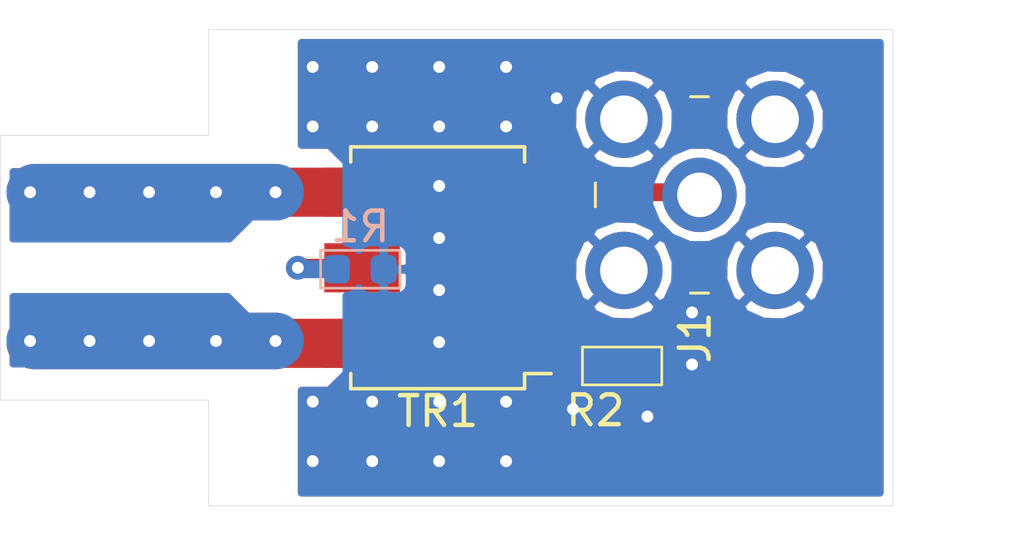
<source format=kicad_pcb>
(kicad_pcb (version 20171130) (host pcbnew "(5.0.2)-1")

  (general
    (thickness 1.6)
    (drawings 10)
    (tracks 66)
    (zones 0)
    (modules 4)
    (nets 7)
  )

  (page A4)
  (layers
    (0 F.Cu signal)
    (31 B.Cu signal)
    (32 B.Adhes user)
    (33 F.Adhes user)
    (34 B.Paste user)
    (35 F.Paste user)
    (36 B.SilkS user)
    (37 F.SilkS user)
    (38 B.Mask user hide)
    (39 F.Mask user hide)
    (40 Dwgs.User user)
    (41 Cmts.User user)
    (42 Eco1.User user)
    (43 Eco2.User user)
    (44 Edge.Cuts user)
    (45 Margin user)
    (46 B.CrtYd user hide)
    (47 F.CrtYd user hide)
    (48 B.Fab user hide)
    (49 F.Fab user hide)
  )

  (setup
    (last_trace_width 1.65)
    (user_trace_width 1.5)
    (user_trace_width 1.65)
    (user_trace_width 1.9)
    (trace_clearance 0.2)
    (zone_clearance 0.3)
    (zone_45_only no)
    (trace_min 0.2)
    (segment_width 0.2)
    (edge_width 0.02)
    (via_size 0.8)
    (via_drill 0.4)
    (via_min_size 0.4)
    (via_min_drill 0.3)
    (uvia_size 0.3)
    (uvia_drill 0.1)
    (uvias_allowed no)
    (uvia_min_size 0.2)
    (uvia_min_drill 0.1)
    (pcb_text_width 0.3)
    (pcb_text_size 1.5 1.5)
    (mod_edge_width 0.15)
    (mod_text_size 1 1)
    (mod_text_width 0.15)
    (pad_size 2.1 2.1)
    (pad_drill 1.4)
    (pad_to_mask_clearance 0.051)
    (solder_mask_min_width 0.25)
    (aux_axis_origin 0 0)
    (visible_elements 7EFFF77F)
    (pcbplotparams
      (layerselection 0x010f0_ffffffff)
      (usegerberextensions false)
      (usegerberattributes false)
      (usegerberadvancedattributes false)
      (creategerberjobfile false)
      (excludeedgelayer true)
      (linewidth 0.100000)
      (plotframeref false)
      (viasonmask false)
      (mode 1)
      (useauxorigin false)
      (hpglpennumber 1)
      (hpglpenspeed 20)
      (hpglpendiameter 15.000000)
      (psnegative false)
      (psa4output false)
      (plotreference true)
      (plotvalue true)
      (plotinvisibletext false)
      (padsonsilk false)
      (subtractmaskfromsilk false)
      (outputformat 1)
      (mirror false)
      (drillshape 0)
      (scaleselection 1)
      (outputdirectory "CAM/"))
  )

  (net 0 "")
  (net 1 /slot_r)
  (net 2 /slot_l)
  (net 3 "Net-(J1-Pad2)")
  (net 4 GND)
  (net 5 "Net-(R1-Pad2)")
  (net 6 "Net-(R2-Pad1)")

  (net_class Default "This is the default net class."
    (clearance 0.2)
    (trace_width 0.6)
    (via_dia 0.8)
    (via_drill 0.4)
    (uvia_dia 0.3)
    (uvia_drill 0.1)
    (add_net /slot_l)
    (add_net /slot_r)
    (add_net GND)
    (add_net "Net-(J1-Pad2)")
    (add_net "Net-(R1-Pad2)")
    (add_net "Net-(R2-Pad1)")
  )

  (module eo-footprints:RF_SMA_RightAngle (layer F.Cu) (tedit 5CF18536) (tstamp 5F2C6ABB)
    (at 23.5 -2.45 270)
    (descr http://www.te.com/commerce/DocumentDelivery/DDEController?Action=srchrtrv&DocNm=1814400&DocType=Customer+Drawing&DocLang=English)
    (path /5F2C68F8)
    (fp_text reference J1 (at 4.8 0.15 270) (layer F.SilkS)
      (effects (font (size 1 1) (thickness 0.15)))
    )
    (fp_text value CONSMA002-L (at 0 6.27 270) (layer F.Fab)
      (effects (font (size 1 1) (thickness 0.15)))
    )
    (fp_line (start 4.09 4.09) (end -4.09 4.09) (layer F.CrtYd) (width 0.05))
    (fp_line (start -4.09 -3.9) (end -4.09 4.09) (layer F.CrtYd) (width 0.05))
    (fp_line (start 4.09 -3.9) (end 4.09 4.09) (layer F.CrtYd) (width 0.05))
    (fp_line (start 4.09 -3.9) (end -4.09 -3.9) (layer F.CrtYd) (width 0.05))
    (fp_line (start 3.3 0.3) (end 3.3 -0.3) (layer F.SilkS) (width 0.1))
    (fp_line (start -3.3 0.3) (end -3.3 -0.3) (layer F.SilkS) (width 0.1))
    (fp_line (start 0 3.5) (end -0.4 3.5) (layer F.SilkS) (width 0.1))
    (fp_line (start 0 3.5) (end 0.4 3.5) (layer F.SilkS) (width 0.1))
    (fp_text user %R (at 0 -4.48 270) (layer F.Fab)
      (effects (font (size 1 1) (thickness 0.15)))
    )
    (fp_line (start -3.15 -10.86) (end 3.15 -10.86) (layer F.Fab) (width 0.1))
    (fp_line (start 3.15 -10.86) (end 3.15 3.34) (layer F.Fab) (width 0.1))
    (fp_line (start -3.15 -10.86) (end -3.15 3.34) (layer F.Fab) (width 0.1))
    (fp_line (start -3.15 3.34) (end 3.15 3.34) (layer F.Fab) (width 0.1))
    (pad 1 thru_hole circle (at -2.54 2.54 270) (size 2.6 2.6) (drill 1.6) (layers *.Cu *.Mask)
      (net 4 GND))
    (pad 1 thru_hole circle (at -2.54 -2.54 270) (size 2.6 2.6) (drill 1.6) (layers *.Cu *.Mask)
      (net 4 GND))
    (pad 1 thru_hole circle (at 2.54 2.54 270) (size 2.6 2.6) (drill 1.6) (layers *.Cu *.Mask)
      (net 4 GND))
    (pad 1 thru_hole circle (at 2.54 -2.54 270) (size 2.6 2.6) (drill 1.6) (layers *.Cu *.Mask)
      (net 4 GND))
    (pad 2 thru_hole circle (at 0 0 270) (size 2.5 2.5) (drill 1.5) (layers *.Cu *.Mask)
      (net 3 "Net-(J1-Pad2)"))
  )

  (module eo-footprints:0603_R (layer B.Cu) (tedit 5D4C3F03) (tstamp 5F2C6ACE)
    (at 12.1 0.05 180)
    (descr "Resistor SMD 0603 (1608 Metric)")
    (tags resistor)
    (path /5F2C5A68)
    (attr smd)
    (fp_text reference R1 (at 0 1.43 180) (layer B.SilkS)
      (effects (font (size 1 1) (thickness 0.15)) (justify mirror))
    )
    (fp_text value 0 (at 0 -1.43 180) (layer B.Fab) hide
      (effects (font (size 1 1) (thickness 0.15)) (justify mirror))
    )
    (fp_line (start 1.2065 0.5715) (end -1.27 0.5715) (layer B.Fab) (width 0.09))
    (fp_line (start 1.2065 -0.5715) (end 1.2065 0.5715) (layer B.Fab) (width 0.09))
    (fp_line (start -1.27 -0.5715) (end 1.2065 -0.5715) (layer B.Fab) (width 0.09))
    (fp_line (start -1.27 0.5715) (end -1.27 -0.5715) (layer B.Fab) (width 0.09))
    (fp_line (start 1.3335 0.635) (end -1.3335 0.635) (layer B.SilkS) (width 0.09))
    (fp_line (start 1.3335 -0.635) (end 1.3335 0.635) (layer B.SilkS) (width 0.09))
    (fp_line (start -1.3335 -0.635) (end 1.3335 -0.635) (layer B.SilkS) (width 0.09))
    (fp_line (start -1.3335 0.635) (end -1.3335 -0.635) (layer B.SilkS) (width 0.09))
    (fp_text user %R (at 0 0 180) (layer B.Fab)
      (effects (font (size 0.5 0.5) (thickness 0.06)) (justify mirror))
    )
    (fp_line (start 1.48 -0.73) (end -1.48 -0.73) (layer B.CrtYd) (width 0.05))
    (fp_line (start 1.48 0.73) (end 1.48 -0.73) (layer B.CrtYd) (width 0.05))
    (fp_line (start -1.48 0.73) (end 1.48 0.73) (layer B.CrtYd) (width 0.05))
    (fp_line (start -1.48 -0.73) (end -1.48 0.73) (layer B.CrtYd) (width 0.05))
    (pad 2 smd roundrect (at 0.7875 0 180) (size 0.875 0.95) (layers B.Cu B.Paste B.Mask) (roundrect_rratio 0.25)
      (net 5 "Net-(R1-Pad2)"))
    (pad 1 smd roundrect (at -0.7875 0 180) (size 0.875 0.95) (layers B.Cu B.Paste B.Mask) (roundrect_rratio 0.25)
      (net 4 GND))
    (model ${KISYS3DMOD}/Resistor_SMD.3dshapes/R_0603_1608Metric.wrl
      (at (xyz 0 0 0))
      (scale (xyz 1 1 1))
      (rotate (xyz 0 0 0))
    )
  )

  (module eo-footprints:0603_R (layer F.Cu) (tedit 5D4C3F03) (tstamp 5F2C6AE1)
    (at 20.9 3.3)
    (descr "Resistor SMD 0603 (1608 Metric)")
    (tags resistor)
    (path /5F2C594A)
    (attr smd)
    (fp_text reference R2 (at -0.9 1.5) (layer F.SilkS)
      (effects (font (size 1 1) (thickness 0.15)))
    )
    (fp_text value 0 (at 0 1.43) (layer F.Fab) hide
      (effects (font (size 1 1) (thickness 0.15)))
    )
    (fp_line (start -1.48 0.73) (end -1.48 -0.73) (layer F.CrtYd) (width 0.05))
    (fp_line (start -1.48 -0.73) (end 1.48 -0.73) (layer F.CrtYd) (width 0.05))
    (fp_line (start 1.48 -0.73) (end 1.48 0.73) (layer F.CrtYd) (width 0.05))
    (fp_line (start 1.48 0.73) (end -1.48 0.73) (layer F.CrtYd) (width 0.05))
    (fp_text user %R (at 0 0) (layer F.Fab)
      (effects (font (size 0.5 0.5) (thickness 0.06)))
    )
    (fp_line (start -1.3335 -0.635) (end -1.3335 0.635) (layer F.SilkS) (width 0.09))
    (fp_line (start -1.3335 0.635) (end 1.3335 0.635) (layer F.SilkS) (width 0.09))
    (fp_line (start 1.3335 0.635) (end 1.3335 -0.635) (layer F.SilkS) (width 0.09))
    (fp_line (start 1.3335 -0.635) (end -1.3335 -0.635) (layer F.SilkS) (width 0.09))
    (fp_line (start -1.27 -0.5715) (end -1.27 0.5715) (layer F.Fab) (width 0.09))
    (fp_line (start -1.27 0.5715) (end 1.2065 0.5715) (layer F.Fab) (width 0.09))
    (fp_line (start 1.2065 0.5715) (end 1.2065 -0.5715) (layer F.Fab) (width 0.09))
    (fp_line (start 1.2065 -0.5715) (end -1.27 -0.5715) (layer F.Fab) (width 0.09))
    (pad 1 smd roundrect (at -0.7875 0) (size 0.875 0.95) (layers F.Cu F.Paste F.Mask) (roundrect_rratio 0.25)
      (net 6 "Net-(R2-Pad1)"))
    (pad 2 smd roundrect (at 0.7875 0) (size 0.875 0.95) (layers F.Cu F.Paste F.Mask) (roundrect_rratio 0.25)
      (net 4 GND))
    (model ${KISYS3DMOD}/Resistor_SMD.3dshapes/R_0603_1608Metric.wrl
      (at (xyz 0 0 0))
      (scale (xyz 1 1 1))
      (rotate (xyz 0 0 0))
    )
  )

  (module Package_SO:Mini-Circuits_CD637_H5.23mm (layer F.Cu) (tedit 5A365E23) (tstamp 5F2C6AFC)
    (at 14.7 0 180)
    (descr https://ww2.minicircuits.com/case_style/CD637.pdf)
    (tags "RF Transformer")
    (path /5F2C57B8)
    (attr smd)
    (fp_text reference TR1 (at 0 -4.826 180) (layer F.SilkS)
      (effects (font (size 1 1) (thickness 0.15)))
    )
    (fp_text value ADT4-6T (at 0 5.08 180) (layer F.Fab)
      (effects (font (size 1 1) (thickness 0.15)))
    )
    (fp_line (start 2.794 -3.937) (end 2.794 3.937) (layer F.Fab) (width 0.1))
    (fp_line (start 2.794 3.937) (end -2.794 3.937) (layer F.Fab) (width 0.1))
    (fp_line (start -2.794 3.937) (end -2.794 -2.937) (layer F.Fab) (width 0.1))
    (fp_line (start -1.794 -3.937) (end 2.794 -3.937) (layer F.Fab) (width 0.1))
    (fp_line (start -1.794 -3.937) (end -2.794 -2.937) (layer F.Fab) (width 0.1))
    (fp_line (start 2.921 -3.556) (end 2.921 -4.064) (layer F.SilkS) (width 0.12))
    (fp_line (start 2.921 -4.064) (end -2.921 -4.064) (layer F.SilkS) (width 0.12))
    (fp_line (start -2.921 -4.064) (end -2.921 -3.556) (layer F.SilkS) (width 0.12))
    (fp_line (start -2.921 -3.556) (end -3.81 -3.556) (layer F.SilkS) (width 0.12))
    (fp_line (start -2.921 3.556) (end -2.921 4.064) (layer F.SilkS) (width 0.12))
    (fp_line (start -2.921 4.064) (end 2.921 4.064) (layer F.SilkS) (width 0.12))
    (fp_line (start 2.921 4.064) (end 2.921 3.556) (layer F.SilkS) (width 0.12))
    (fp_text user %R (at 0 0 270) (layer F.Fab)
      (effects (font (size 1 1) (thickness 0.15)))
    )
    (fp_line (start -4.06 4.32) (end -4.06 -4.32) (layer F.CrtYd) (width 0.05))
    (fp_line (start 4.06 4.32) (end 4.06 -4.32) (layer F.CrtYd) (width 0.05))
    (fp_line (start 4.06 4.32) (end -4.06 4.32) (layer F.CrtYd) (width 0.05))
    (fp_line (start 4.06 -4.32) (end -4.06 -4.32) (layer F.CrtYd) (width 0.05))
    (pad 1 smd rect (at -2.54 -2.54 180) (size 2.54 1.65) (layers F.Cu F.Paste F.Mask)
      (net 6 "Net-(R2-Pad1)"))
    (pad 2 smd rect (at -2.54 0 180) (size 2.54 1.65) (layers F.Cu F.Paste F.Mask))
    (pad 3 smd rect (at -2.54 2.54 180) (size 2.54 1.65) (layers F.Cu F.Paste F.Mask)
      (net 3 "Net-(J1-Pad2)"))
    (pad 4 smd rect (at 2.54 2.54 180) (size 2.54 1.65) (layers F.Cu F.Paste F.Mask)
      (net 2 /slot_l))
    (pad 5 smd rect (at 2.54 0 180) (size 2.54 1.65) (layers F.Cu F.Paste F.Mask)
      (net 5 "Net-(R1-Pad2)"))
    (pad 6 smd rect (at 2.54 -2.54 180) (size 2.54 1.65) (layers F.Cu F.Paste F.Mask)
      (net 1 /slot_r))
    (model ${KISYS3DMOD}/Package_SO.3dshapes/Mini-Circuits_CD637_H5.23mm.wrl
      (at (xyz 0 0 0))
      (scale (xyz 1 1 1))
      (rotate (xyz 0 0 0))
    )
  )

  (gr_poly (pts (xy 0 -5) (xy 9.5 -5) (xy 9.5 5.5) (xy 0 5.5)) (layer B.Mask) (width 0.15) (tstamp 5F2C6F63))
  (gr_poly (pts (xy 0 -5) (xy 9.5 -5) (xy 9.5 5.5) (xy 0 5.5)) (layer F.Mask) (width 0.15))
  (gr_line (start 30 8) (end 7 8) (layer Edge.Cuts) (width 0.02))
  (gr_line (start 30 -8) (end 30 8) (layer Edge.Cuts) (width 0.02))
  (gr_line (start 7 -8) (end 30 -8) (layer Edge.Cuts) (width 0.02))
  (gr_line (start 7 -8) (end 7 -4.45) (layer Edge.Cuts) (width 0.02) (tstamp 5F2C6C42))
  (gr_line (start 7 4.45) (end 7 8) (layer Edge.Cuts) (width 0.02))
  (gr_line (start 0 4.45) (end 7 4.45) (layer Edge.Cuts) (width 0.02) (tstamp 5F2C6C2C))
  (gr_line (start 0 -4.45) (end 7 -4.45) (layer Edge.Cuts) (width 0.02))
  (gr_line (start 0 -4.45) (end 0 4.45) (layer Edge.Cuts) (width 0.02))

  (segment (start 12.16 -2.54) (end 9.25 -2.54) (width 1.5) (layer F.Cu) (net 2))
  (segment (start 9.25 -2.54) (end 7.25 -2.54) (width 1.5) (layer F.Cu) (net 2) (tstamp 5F2C6EBB))
  (via (at 9.25 -2.54) (size 0.8) (drill 0.4) (layers F.Cu B.Cu) (net 2))
  (segment (start 7.25 -2.54) (end 5 -2.54) (width 1.5) (layer F.Cu) (net 2) (tstamp 5F2C6EBD))
  (via (at 7.25 -2.54) (size 0.8) (drill 0.4) (layers F.Cu B.Cu) (net 2))
  (segment (start 5 -2.54) (end 3 -2.54) (width 1.5) (layer F.Cu) (net 2) (tstamp 5F2C6EBF))
  (via (at 5 -2.54) (size 0.8) (drill 0.4) (layers F.Cu B.Cu) (net 2))
  (segment (start 3 -2.54) (end 1.00001 -2.54) (width 1.5) (layer F.Cu) (net 2) (tstamp 5F2C6EC1))
  (via (at 3 -2.54) (size 0.8) (drill 0.4) (layers F.Cu B.Cu) (net 2))
  (segment (start 1.00001 -2.54) (end 1.00001 -2.54) (width 1.5) (layer F.Cu) (net 2) (tstamp 5F2C6EC3))
  (via (at 1.00001 -2.54) (size 0.8) (drill 0.4) (layers F.Cu B.Cu) (net 2))
  (via (at 3 2.46) (size 0.8) (drill 0.4) (layers F.Cu B.Cu) (net 1) (tstamp 5F2C6EC4))
  (via (at 7.25 2.46) (size 0.8) (drill 0.4) (layers F.Cu B.Cu) (net 1) (tstamp 5F2C6EC5))
  (via (at 5 2.46) (size 0.8) (drill 0.4) (layers F.Cu B.Cu) (net 1) (tstamp 5F2C6EC6))
  (via (at 1.00001 2.46) (size 0.8) (drill 0.4) (layers F.Cu B.Cu) (net 1) (tstamp 5F2C6EC7))
  (via (at 9.25 2.46) (size 0.8) (drill 0.4) (layers F.Cu B.Cu) (net 1) (tstamp 5F2C6EC8))
  (segment (start 9.25 2.46) (end 1.00001 2.46) (width 1.5) (layer B.Cu) (net 1))
  (segment (start 12.16 2.54) (end 1.03501 2.54) (width 1.65) (layer F.Cu) (net 1))
  (segment (start 1.03501 2.54) (end 1.00001 2.54) (width 1.5) (layer F.Cu) (net 1))
  (segment (start 9.25 2.46) (end 1.03501 2.46) (width 1.65) (layer B.Cu) (net 1))
  (segment (start 9.25 2.46) (end 1.11001 2.46) (width 1.8) (layer F.Cu) (net 1))
  (segment (start 9.25 2.46) (end 1.11001 2.46) (width 1.8) (layer B.Cu) (net 1))
  (segment (start 9.25 2.46) (end 1.16001 2.46) (width 1.9) (layer B.Cu) (net 1))
  (segment (start 9.25 2.46) (end 1.16001 2.46) (width 1.9) (layer F.Cu) (net 1))
  (segment (start 9.25 -2.54) (end 1.00001 -2.54) (width 1.5) (layer B.Cu) (net 2))
  (segment (start 12.16 -2.54) (end 1.03501 -2.54) (width 1.65) (layer F.Cu) (net 2))
  (segment (start 9.25 -2.54) (end 1.03501 -2.54) (width 1.65) (layer B.Cu) (net 2))
  (segment (start 9.25 -2.54) (end 1.11001 -2.54) (width 1.8) (layer F.Cu) (net 2))
  (segment (start 9.25 -2.54) (end 1.40001 -2.54) (width 1.9) (layer B.Cu) (net 2))
  (segment (start 1.40001 -2.54) (end 1.16001 -2.54) (width 1.9) (layer B.Cu) (net 2))
  (segment (start 1.16001 -2.54) (end 1.11001 -2.54) (width 1.8) (layer B.Cu) (net 2))
  (segment (start 9.25 -2.54) (end 1.16001 -2.54) (width 1.9) (layer F.Cu) (net 2))
  (segment (start 17.24 -2.54) (end 23.46 -2.54) (width 0.6) (layer F.Cu) (net 3))
  (segment (start 23.46 -2.54) (end 23.5 -2.5) (width 0.6) (layer F.Cu) (net 3))
  (via (at 14.75 -2.75) (size 0.8) (drill 0.4) (layers F.Cu B.Cu) (net 4))
  (via (at 14.75 -1) (size 0.8) (drill 0.4) (layers F.Cu B.Cu) (net 4))
  (via (at 14.75 0.75) (size 0.8) (drill 0.4) (layers F.Cu B.Cu) (net 4))
  (via (at 14.75 2.5) (size 0.8) (drill 0.4) (layers F.Cu B.Cu) (net 4))
  (via (at 14.75 4.5) (size 0.8) (drill 0.4) (layers F.Cu B.Cu) (net 4) (tstamp 5F2C6E7D))
  (via (at 12.5 4.5) (size 0.8) (drill 0.4) (layers F.Cu B.Cu) (net 4) (tstamp 5F2C6E7F))
  (via (at 14.75 -4.75) (size 0.8) (drill 0.4) (layers F.Cu B.Cu) (net 4) (tstamp 5F2C6E81))
  (via (at 12.5 -4.75) (size 0.8) (drill 0.4) (layers F.Cu B.Cu) (net 4) (tstamp 5F2C6E83))
  (via (at 17 -4.75) (size 0.8) (drill 0.4) (layers F.Cu B.Cu) (net 4) (tstamp 5F2C6E85))
  (via (at 17 4.5) (size 0.8) (drill 0.4) (layers F.Cu B.Cu) (net 4) (tstamp 5F2C6E87))
  (via (at 23.25 3.25) (size 0.8) (drill 0.4) (layers F.Cu B.Cu) (net 4) (tstamp 5F2C6E9C))
  (via (at 21.75 5) (size 0.8) (drill 0.4) (layers F.Cu B.Cu) (net 4) (tstamp 5F2C6E9E))
  (via (at 19.25 4.75) (size 0.8) (drill 0.4) (layers F.Cu B.Cu) (net 4) (tstamp 5F2C6EA4))
  (via (at 10.5 4.5) (size 0.8) (drill 0.4) (layers F.Cu B.Cu) (net 4) (tstamp 5F2C6EA7))
  (via (at 10.5 -4.75) (size 0.8) (drill 0.4) (layers F.Cu B.Cu) (net 4) (tstamp 5F2C6EAA))
  (via (at 14.75 -6.75) (size 0.8) (drill 0.4) (layers F.Cu B.Cu) (net 4) (tstamp 5F2C6F1D))
  (via (at 12.5 -6.75) (size 0.8) (drill 0.4) (layers F.Cu B.Cu) (net 4) (tstamp 5F2C6F1E))
  (via (at 17 -6.75) (size 0.8) (drill 0.4) (layers F.Cu B.Cu) (net 4) (tstamp 5F2C6F1F))
  (via (at 10.5 -6.75) (size 0.8) (drill 0.4) (layers F.Cu B.Cu) (net 4) (tstamp 5F2C6F20))
  (via (at 12.5 6.5) (size 0.8) (drill 0.4) (layers F.Cu B.Cu) (net 4) (tstamp 5F2C6F25))
  (via (at 14.75 6.5) (size 0.8) (drill 0.4) (layers F.Cu B.Cu) (net 4) (tstamp 5F2C6F26))
  (via (at 17 6.5) (size 0.8) (drill 0.4) (layers F.Cu B.Cu) (net 4) (tstamp 5F2C6F27))
  (via (at 10.5 6.5) (size 0.8) (drill 0.4) (layers F.Cu B.Cu) (net 4) (tstamp 5F2C6F28))
  (via (at 18.7 -5.7) (size 0.8) (drill 0.4) (layers F.Cu B.Cu) (net 4) (tstamp 5F2C6FC6))
  (via (at 23.25 1.5) (size 0.8) (drill 0.4) (layers F.Cu B.Cu) (net 4) (tstamp 5F2C7098))
  (via (at 10 0) (size 0.8) (drill 0.4) (layers F.Cu B.Cu) (net 5))
  (segment (start 12.16 0) (end 10 0) (width 0.6) (layer F.Cu) (net 5))
  (segment (start 10.05 0.05) (end 10 0) (width 0.6) (layer B.Cu) (net 5))
  (segment (start 11.3125 0.05) (end 10.05 0.05) (width 0.6) (layer B.Cu) (net 5))
  (segment (start 19.11 2.54) (end 19.82 3.25) (width 0.6) (layer F.Cu) (net 6))
  (segment (start 17.24 2.54) (end 19.11 2.54) (width 0.6) (layer F.Cu) (net 6))
  (segment (start 19.82 3.25) (end 20.1 3.25) (width 0.6) (layer F.Cu) (net 6))

  (zone (net 4) (net_name GND) (layer F.Cu) (tstamp 5F2C72E7) (hatch edge 0.508)
    (connect_pads (clearance 0.3))
    (min_thickness 0.254)
    (fill yes (arc_segments 16) (thermal_gap 0.3) (thermal_bridge_width 0.3))
    (polygon
      (pts
        (xy 10 -9) (xy 10 9) (xy 31 9) (xy 31 -9)
      )
    )
    (filled_polygon
      (pts
        (xy 29.563001 7.563) (xy 10.127 7.563) (xy 10.127 4.127) (xy 11 4.127) (xy 11.048601 4.117333)
        (xy 11.089803 4.089803) (xy 11.379241 3.800365) (xy 13.43 3.800365) (xy 13.596607 3.767225) (xy 13.73785 3.67285)
        (xy 13.832225 3.531607) (xy 13.865365 3.365) (xy 13.865365 1.715) (xy 15.534635 1.715) (xy 15.534635 3.365)
        (xy 15.567775 3.531607) (xy 15.66215 3.67285) (xy 15.803393 3.767225) (xy 15.97 3.800365) (xy 18.51 3.800365)
        (xy 18.676607 3.767225) (xy 18.81785 3.67285) (xy 18.912225 3.531607) (xy 18.938978 3.397111) (xy 19.255307 3.713441)
        (xy 19.277513 3.746674) (xy 19.289427 3.806569) (xy 19.431221 4.018779) (xy 19.643431 4.160573) (xy 19.89375 4.210365)
        (xy 20.33125 4.210365) (xy 20.581569 4.160573) (xy 20.793779 4.018779) (xy 20.852434 3.930996) (xy 20.888007 4.016876)
        (xy 21.008124 4.136993) (xy 21.165065 4.202) (xy 21.55775 4.202) (xy 21.6645 4.09525) (xy 21.6645 3.323)
        (xy 21.7105 3.323) (xy 21.7105 4.09525) (xy 21.81725 4.202) (xy 22.209935 4.202) (xy 22.366876 4.136993)
        (xy 22.486993 4.016876) (xy 22.552 3.859936) (xy 22.552 3.42975) (xy 22.44525 3.323) (xy 21.7105 3.323)
        (xy 21.6645 3.323) (xy 21.6445 3.323) (xy 21.6445 3.277) (xy 21.6645 3.277) (xy 21.6645 2.50475)
        (xy 21.7105 2.50475) (xy 21.7105 3.277) (xy 22.44525 3.277) (xy 22.552 3.17025) (xy 22.552 2.740064)
        (xy 22.486993 2.583124) (xy 22.366876 2.463007) (xy 22.209935 2.398) (xy 21.81725 2.398) (xy 21.7105 2.50475)
        (xy 21.6645 2.50475) (xy 21.55775 2.398) (xy 21.165065 2.398) (xy 21.008124 2.463007) (xy 20.888007 2.583124)
        (xy 20.852434 2.669004) (xy 20.793779 2.581221) (xy 20.581569 2.439427) (xy 20.33125 2.389635) (xy 19.987768 2.389635)
        (xy 19.674696 2.076564) (xy 19.634137 2.015863) (xy 19.393661 1.855182) (xy 19.181599 1.813) (xy 19.181595 1.813)
        (xy 19.11 1.798759) (xy 19.038405 1.813) (xy 18.945365 1.813) (xy 18.945365 1.715) (xy 18.912225 1.548393)
        (xy 18.81785 1.40715) (xy 18.676607 1.312775) (xy 18.51 1.279635) (xy 15.97 1.279635) (xy 15.803393 1.312775)
        (xy 15.66215 1.40715) (xy 15.567775 1.548393) (xy 15.534635 1.715) (xy 13.865365 1.715) (xy 13.832225 1.548393)
        (xy 13.73785 1.40715) (xy 13.596607 1.312775) (xy 13.43 1.279635) (xy 11.627 1.279635) (xy 11.627 1.275764)
        (xy 19.806763 1.275764) (xy 19.943703 1.527942) (xy 20.57134 1.807405) (xy 21.258148 1.825409) (xy 21.899565 1.579212)
        (xy 21.976297 1.527942) (xy 22.113237 1.275764) (xy 24.886763 1.275764) (xy 25.023703 1.527942) (xy 25.65134 1.807405)
        (xy 26.338148 1.825409) (xy 26.979565 1.579212) (xy 27.056297 1.527942) (xy 27.193237 1.275764) (xy 26.04 0.122527)
        (xy 24.886763 1.275764) (xy 22.113237 1.275764) (xy 20.96 0.122527) (xy 19.806763 1.275764) (xy 11.627 1.275764)
        (xy 11.627 1.260365) (xy 13.43 1.260365) (xy 13.596607 1.227225) (xy 13.73785 1.13285) (xy 13.832225 0.991607)
        (xy 13.865365 0.825) (xy 13.865365 -0.825) (xy 15.534635 -0.825) (xy 15.534635 0.825) (xy 15.567775 0.991607)
        (xy 15.66215 1.13285) (xy 15.803393 1.227225) (xy 15.97 1.260365) (xy 18.51 1.260365) (xy 18.676607 1.227225)
        (xy 18.81785 1.13285) (xy 18.912225 0.991607) (xy 18.945365 0.825) (xy 18.945365 0.388148) (xy 19.224591 0.388148)
        (xy 19.470788 1.029565) (xy 19.522058 1.106297) (xy 19.774236 1.243237) (xy 20.927473 0.09) (xy 20.992527 0.09)
        (xy 22.145764 1.243237) (xy 22.397942 1.106297) (xy 22.677405 0.47866) (xy 22.679777 0.388148) (xy 24.304591 0.388148)
        (xy 24.550788 1.029565) (xy 24.602058 1.106297) (xy 24.854236 1.243237) (xy 26.007473 0.09) (xy 26.072527 0.09)
        (xy 27.225764 1.243237) (xy 27.477942 1.106297) (xy 27.757405 0.47866) (xy 27.775409 -0.208148) (xy 27.529212 -0.849565)
        (xy 27.477942 -0.926297) (xy 27.225764 -1.063237) (xy 26.072527 0.09) (xy 26.007473 0.09) (xy 24.854236 -1.063237)
        (xy 24.602058 -0.926297) (xy 24.322595 -0.29866) (xy 24.304591 0.388148) (xy 22.679777 0.388148) (xy 22.695409 -0.208148)
        (xy 22.449212 -0.849565) (xy 22.397942 -0.926297) (xy 22.145764 -1.063237) (xy 20.992527 0.09) (xy 20.927473 0.09)
        (xy 19.774236 -1.063237) (xy 19.522058 -0.926297) (xy 19.242595 -0.29866) (xy 19.224591 0.388148) (xy 18.945365 0.388148)
        (xy 18.945365 -0.825) (xy 18.912225 -0.991607) (xy 18.81785 -1.13285) (xy 18.676607 -1.227225) (xy 18.51 -1.260365)
        (xy 15.97 -1.260365) (xy 15.803393 -1.227225) (xy 15.66215 -1.13285) (xy 15.567775 -0.991607) (xy 15.534635 -0.825)
        (xy 13.865365 -0.825) (xy 13.832225 -0.991607) (xy 13.73785 -1.13285) (xy 13.596607 -1.227225) (xy 13.43 -1.260365)
        (xy 11.627 -1.260365) (xy 11.627 -1.279635) (xy 13.43 -1.279635) (xy 13.596607 -1.312775) (xy 13.73785 -1.40715)
        (xy 13.832225 -1.548393) (xy 13.865365 -1.715) (xy 13.865365 -3.365) (xy 15.534635 -3.365) (xy 15.534635 -1.715)
        (xy 15.567775 -1.548393) (xy 15.66215 -1.40715) (xy 15.803393 -1.312775) (xy 15.97 -1.279635) (xy 18.51 -1.279635)
        (xy 18.676607 -1.312775) (xy 18.766741 -1.373) (xy 19.981205 -1.373) (xy 19.943703 -1.347942) (xy 19.806763 -1.095764)
        (xy 20.96 0.057473) (xy 22.113237 -1.095764) (xy 21.976297 -1.347942) (xy 21.92002 -1.373) (xy 22.205364 -1.373)
        (xy 22.550056 -1.028308) (xy 23.166424 -0.773) (xy 23.833576 -0.773) (xy 24.449944 -1.028308) (xy 24.5174 -1.095764)
        (xy 24.886763 -1.095764) (xy 26.04 0.057473) (xy 27.193237 -1.095764) (xy 27.056297 -1.347942) (xy 26.42866 -1.627405)
        (xy 25.741852 -1.645409) (xy 25.100435 -1.399212) (xy 25.023703 -1.347942) (xy 24.886763 -1.095764) (xy 24.5174 -1.095764)
        (xy 24.921692 -1.500056) (xy 25.177 -2.116424) (xy 25.177 -2.783576) (xy 24.921692 -3.399944) (xy 24.5174 -3.804236)
        (xy 24.886763 -3.804236) (xy 25.023703 -3.552058) (xy 25.65134 -3.272595) (xy 26.338148 -3.254591) (xy 26.979565 -3.500788)
        (xy 27.056297 -3.552058) (xy 27.193237 -3.804236) (xy 26.04 -4.957473) (xy 24.886763 -3.804236) (xy 24.5174 -3.804236)
        (xy 24.449944 -3.871692) (xy 23.833576 -4.127) (xy 23.166424 -4.127) (xy 22.550056 -3.871692) (xy 22.305364 -3.627)
        (xy 22.016993 -3.627) (xy 22.113237 -3.804236) (xy 20.96 -4.957473) (xy 19.806763 -3.804236) (xy 19.903007 -3.627)
        (xy 18.848486 -3.627) (xy 18.81785 -3.67285) (xy 18.676607 -3.767225) (xy 18.51 -3.800365) (xy 15.97 -3.800365)
        (xy 15.803393 -3.767225) (xy 15.66215 -3.67285) (xy 15.567775 -3.531607) (xy 15.534635 -3.365) (xy 13.865365 -3.365)
        (xy 13.832225 -3.531607) (xy 13.73785 -3.67285) (xy 13.596607 -3.767225) (xy 13.43 -3.800365) (xy 11.379241 -3.800365)
        (xy 11.089803 -4.089803) (xy 11.048601 -4.117333) (xy 11 -4.127) (xy 10.127 -4.127) (xy 10.127 -4.691852)
        (xy 19.224591 -4.691852) (xy 19.470788 -4.050435) (xy 19.522058 -3.973703) (xy 19.774236 -3.836763) (xy 20.927473 -4.99)
        (xy 20.992527 -4.99) (xy 22.145764 -3.836763) (xy 22.397942 -3.973703) (xy 22.677405 -4.60134) (xy 22.679777 -4.691852)
        (xy 24.304591 -4.691852) (xy 24.550788 -4.050435) (xy 24.602058 -3.973703) (xy 24.854236 -3.836763) (xy 26.007473 -4.99)
        (xy 26.072527 -4.99) (xy 27.225764 -3.836763) (xy 27.477942 -3.973703) (xy 27.757405 -4.60134) (xy 27.775409 -5.288148)
        (xy 27.529212 -5.929565) (xy 27.477942 -6.006297) (xy 27.225764 -6.143237) (xy 26.072527 -4.99) (xy 26.007473 -4.99)
        (xy 24.854236 -6.143237) (xy 24.602058 -6.006297) (xy 24.322595 -5.37866) (xy 24.304591 -4.691852) (xy 22.679777 -4.691852)
        (xy 22.695409 -5.288148) (xy 22.449212 -5.929565) (xy 22.397942 -6.006297) (xy 22.145764 -6.143237) (xy 20.992527 -4.99)
        (xy 20.927473 -4.99) (xy 19.774236 -6.143237) (xy 19.522058 -6.006297) (xy 19.242595 -5.37866) (xy 19.224591 -4.691852)
        (xy 10.127 -4.691852) (xy 10.127 -6.175764) (xy 19.806763 -6.175764) (xy 20.96 -5.022527) (xy 22.113237 -6.175764)
        (xy 24.886763 -6.175764) (xy 26.04 -5.022527) (xy 27.193237 -6.175764) (xy 27.056297 -6.427942) (xy 26.42866 -6.707405)
        (xy 25.741852 -6.725409) (xy 25.100435 -6.479212) (xy 25.023703 -6.427942) (xy 24.886763 -6.175764) (xy 22.113237 -6.175764)
        (xy 21.976297 -6.427942) (xy 21.34866 -6.707405) (xy 20.661852 -6.725409) (xy 20.020435 -6.479212) (xy 19.943703 -6.427942)
        (xy 19.806763 -6.175764) (xy 10.127 -6.175764) (xy 10.127 -7.563) (xy 29.563 -7.563)
      )
    )
  )
  (zone (net 4) (net_name GND) (layer B.Cu) (tstamp 5F2C72E4) (hatch edge 0.508)
    (connect_pads (clearance 0.3))
    (min_thickness 0.254)
    (fill yes (arc_segments 16) (thermal_gap 0.3) (thermal_bridge_width 0.3))
    (polygon
      (pts
        (xy 10 -9) (xy 10 9) (xy 31 9) (xy 31 -9)
      )
    )
    (filled_polygon
      (pts
        (xy 29.563001 7.563) (xy 10.127 7.563) (xy 10.127 4.127) (xy 11 4.127) (xy 11.048601 4.117333)
        (xy 11.089803 4.089803) (xy 11.589803 3.589803) (xy 11.617333 3.548601) (xy 11.627 3.5) (xy 11.627 1.275764)
        (xy 19.806763 1.275764) (xy 19.943703 1.527942) (xy 20.57134 1.807405) (xy 21.258148 1.825409) (xy 21.899565 1.579212)
        (xy 21.976297 1.527942) (xy 22.113237 1.275764) (xy 24.886763 1.275764) (xy 25.023703 1.527942) (xy 25.65134 1.807405)
        (xy 26.338148 1.825409) (xy 26.979565 1.579212) (xy 27.056297 1.527942) (xy 27.193237 1.275764) (xy 26.04 0.122527)
        (xy 24.886763 1.275764) (xy 22.113237 1.275764) (xy 20.96 0.122527) (xy 19.806763 1.275764) (xy 11.627 1.275764)
        (xy 11.627 0.941319) (xy 11.781569 0.910573) (xy 11.993779 0.768779) (xy 12.052434 0.680996) (xy 12.088007 0.766876)
        (xy 12.208124 0.886993) (xy 12.365065 0.952) (xy 12.75775 0.952) (xy 12.8645 0.84525) (xy 12.8645 0.073)
        (xy 12.9105 0.073) (xy 12.9105 0.84525) (xy 13.01725 0.952) (xy 13.409935 0.952) (xy 13.566876 0.886993)
        (xy 13.686993 0.766876) (xy 13.752 0.609936) (xy 13.752 0.388148) (xy 19.224591 0.388148) (xy 19.470788 1.029565)
        (xy 19.522058 1.106297) (xy 19.774236 1.243237) (xy 20.927473 0.09) (xy 20.992527 0.09) (xy 22.145764 1.243237)
        (xy 22.397942 1.106297) (xy 22.677405 0.47866) (xy 22.679777 0.388148) (xy 24.304591 0.388148) (xy 24.550788 1.029565)
        (xy 24.602058 1.106297) (xy 24.854236 1.243237) (xy 26.007473 0.09) (xy 26.072527 0.09) (xy 27.225764 1.243237)
        (xy 27.477942 1.106297) (xy 27.757405 0.47866) (xy 27.775409 -0.208148) (xy 27.529212 -0.849565) (xy 27.477942 -0.926297)
        (xy 27.225764 -1.063237) (xy 26.072527 0.09) (xy 26.007473 0.09) (xy 24.854236 -1.063237) (xy 24.602058 -0.926297)
        (xy 24.322595 -0.29866) (xy 24.304591 0.388148) (xy 22.679777 0.388148) (xy 22.695409 -0.208148) (xy 22.449212 -0.849565)
        (xy 22.397942 -0.926297) (xy 22.145764 -1.063237) (xy 20.992527 0.09) (xy 20.927473 0.09) (xy 19.774236 -1.063237)
        (xy 19.522058 -0.926297) (xy 19.242595 -0.29866) (xy 19.224591 0.388148) (xy 13.752 0.388148) (xy 13.752 0.17975)
        (xy 13.64525 0.073) (xy 12.9105 0.073) (xy 12.8645 0.073) (xy 12.8445 0.073) (xy 12.8445 0.027)
        (xy 12.8645 0.027) (xy 12.8645 -0.74525) (xy 12.9105 -0.74525) (xy 12.9105 0.027) (xy 13.64525 0.027)
        (xy 13.752 -0.07975) (xy 13.752 -0.509936) (xy 13.686993 -0.666876) (xy 13.566876 -0.786993) (xy 13.409935 -0.852)
        (xy 13.01725 -0.852) (xy 12.9105 -0.74525) (xy 12.8645 -0.74525) (xy 12.75775 -0.852) (xy 12.365065 -0.852)
        (xy 12.208124 -0.786993) (xy 12.088007 -0.666876) (xy 12.052434 -0.580996) (xy 11.993779 -0.668779) (xy 11.781569 -0.810573)
        (xy 11.627 -0.841319) (xy 11.627 -1.095764) (xy 19.806763 -1.095764) (xy 20.96 0.057473) (xy 22.113237 -1.095764)
        (xy 21.976297 -1.347942) (xy 21.34866 -1.627405) (xy 20.661852 -1.645409) (xy 20.020435 -1.399212) (xy 19.943703 -1.347942)
        (xy 19.806763 -1.095764) (xy 11.627 -1.095764) (xy 11.627 -2.783576) (xy 21.823 -2.783576) (xy 21.823 -2.116424)
        (xy 22.078308 -1.500056) (xy 22.550056 -1.028308) (xy 23.166424 -0.773) (xy 23.833576 -0.773) (xy 24.449944 -1.028308)
        (xy 24.5174 -1.095764) (xy 24.886763 -1.095764) (xy 26.04 0.057473) (xy 27.193237 -1.095764) (xy 27.056297 -1.347942)
        (xy 26.42866 -1.627405) (xy 25.741852 -1.645409) (xy 25.100435 -1.399212) (xy 25.023703 -1.347942) (xy 24.886763 -1.095764)
        (xy 24.5174 -1.095764) (xy 24.921692 -1.500056) (xy 25.177 -2.116424) (xy 25.177 -2.783576) (xy 24.921692 -3.399944)
        (xy 24.5174 -3.804236) (xy 24.886763 -3.804236) (xy 25.023703 -3.552058) (xy 25.65134 -3.272595) (xy 26.338148 -3.254591)
        (xy 26.979565 -3.500788) (xy 27.056297 -3.552058) (xy 27.193237 -3.804236) (xy 26.04 -4.957473) (xy 24.886763 -3.804236)
        (xy 24.5174 -3.804236) (xy 24.449944 -3.871692) (xy 23.833576 -4.127) (xy 23.166424 -4.127) (xy 22.550056 -3.871692)
        (xy 22.078308 -3.399944) (xy 21.823 -2.783576) (xy 11.627 -2.783576) (xy 11.627 -3.5) (xy 11.617333 -3.548601)
        (xy 11.589803 -3.589803) (xy 11.37537 -3.804236) (xy 19.806763 -3.804236) (xy 19.943703 -3.552058) (xy 20.57134 -3.272595)
        (xy 21.258148 -3.254591) (xy 21.899565 -3.500788) (xy 21.976297 -3.552058) (xy 22.113237 -3.804236) (xy 20.96 -4.957473)
        (xy 19.806763 -3.804236) (xy 11.37537 -3.804236) (xy 11.089803 -4.089803) (xy 11.048601 -4.117333) (xy 11 -4.127)
        (xy 10.127 -4.127) (xy 10.127 -4.691852) (xy 19.224591 -4.691852) (xy 19.470788 -4.050435) (xy 19.522058 -3.973703)
        (xy 19.774236 -3.836763) (xy 20.927473 -4.99) (xy 20.992527 -4.99) (xy 22.145764 -3.836763) (xy 22.397942 -3.973703)
        (xy 22.677405 -4.60134) (xy 22.679777 -4.691852) (xy 24.304591 -4.691852) (xy 24.550788 -4.050435) (xy 24.602058 -3.973703)
        (xy 24.854236 -3.836763) (xy 26.007473 -4.99) (xy 26.072527 -4.99) (xy 27.225764 -3.836763) (xy 27.477942 -3.973703)
        (xy 27.757405 -4.60134) (xy 27.775409 -5.288148) (xy 27.529212 -5.929565) (xy 27.477942 -6.006297) (xy 27.225764 -6.143237)
        (xy 26.072527 -4.99) (xy 26.007473 -4.99) (xy 24.854236 -6.143237) (xy 24.602058 -6.006297) (xy 24.322595 -5.37866)
        (xy 24.304591 -4.691852) (xy 22.679777 -4.691852) (xy 22.695409 -5.288148) (xy 22.449212 -5.929565) (xy 22.397942 -6.006297)
        (xy 22.145764 -6.143237) (xy 20.992527 -4.99) (xy 20.927473 -4.99) (xy 19.774236 -6.143237) (xy 19.522058 -6.006297)
        (xy 19.242595 -5.37866) (xy 19.224591 -4.691852) (xy 10.127 -4.691852) (xy 10.127 -6.175764) (xy 19.806763 -6.175764)
        (xy 20.96 -5.022527) (xy 22.113237 -6.175764) (xy 24.886763 -6.175764) (xy 26.04 -5.022527) (xy 27.193237 -6.175764)
        (xy 27.056297 -6.427942) (xy 26.42866 -6.707405) (xy 25.741852 -6.725409) (xy 25.100435 -6.479212) (xy 25.023703 -6.427942)
        (xy 24.886763 -6.175764) (xy 22.113237 -6.175764) (xy 21.976297 -6.427942) (xy 21.34866 -6.707405) (xy 20.661852 -6.725409)
        (xy 20.020435 -6.479212) (xy 19.943703 -6.427942) (xy 19.806763 -6.175764) (xy 10.127 -6.175764) (xy 10.127 -7.563)
        (xy 29.563 -7.563)
      )
    )
  )
  (zone (net 0) (net_name "") (layers F&B.Cu) (tstamp 0) (hatch edge 0.508)
    (connect_pads (clearance 0.3))
    (min_thickness 0.254)
    (keepout (tracks allowed) (vias allowed) (copperpour not_allowed))
    (fill (arc_segments 16) (thermal_gap 0.3) (thermal_bridge_width 0.3))
    (polygon
      (pts
        (xy 9 -4) (xy 9 4) (xy 11 4) (xy 11.5 3.5) (xy 11.5 -3.5)
        (xy 11 -4)
      )
    )
  )
  (zone (net 2) (net_name /slot_l) (layer F.Cu) (tstamp 5F2C72E1) (hatch edge 0.508)
    (connect_pads (clearance 0.3))
    (min_thickness 0.254)
    (fill yes (arc_segments 16) (thermal_gap 0.3) (thermal_bridge_width 0.3))
    (polygon
      (pts
        (xy 8.497023 -3.35) (xy 8.497023 -1.6) (xy 7.747023 -0.85) (xy 0.247023 -0.85) (xy 0.247023 -3.35)
      )
    )
    (filled_polygon
      (pts
        (xy 8.370023 -1.652606) (xy 7.694417 -0.977) (xy 0.437 -0.977) (xy 0.437 -3.223) (xy 8.370023 -3.223)
      )
    )
  )
  (zone (net 2) (net_name /slot_l) (layer B.Cu) (tstamp 5F2C72DE) (hatch edge 0.508)
    (connect_pads (clearance 0.3))
    (min_thickness 0.254)
    (fill yes (arc_segments 16) (thermal_gap 0.3) (thermal_bridge_width 0.3))
    (polygon
      (pts
        (xy 8.5 -3.35) (xy 8.5 -1.6) (xy 7.75 -0.85) (xy 0.25 -0.85) (xy 0.25 -3.35)
      )
    )
    (filled_polygon
      (pts
        (xy 8.373 -1.652606) (xy 7.697394 -0.977) (xy 0.437 -0.977) (xy 0.437 -3.223) (xy 8.373 -3.223)
      )
    )
  )
  (zone (net 1) (net_name /slot_r) (layer B.Cu) (tstamp 5F2C72DB) (hatch edge 0.508)
    (connect_pads (clearance 0.3))
    (min_thickness 0.254)
    (fill yes (arc_segments 16) (thermal_gap 0.3) (thermal_bridge_width 0.3))
    (polygon
      (pts
        (xy 8.447062 3.35) (xy 8.447062 1.6) (xy 7.697062 0.85) (xy 0.197062 0.85) (xy 0.197062 3.35)
      )
    )
    (filled_polygon
      (pts
        (xy 8.320062 1.652606) (xy 8.320062 3.223) (xy 0.437 3.223) (xy 0.437 0.977) (xy 7.644456 0.977)
      )
    )
  )
  (zone (net 1) (net_name /slot_r) (layer F.Cu) (tstamp 5F2C72D8) (hatch edge 0.508)
    (connect_pads (clearance 0.3))
    (min_thickness 0.254)
    (fill yes (arc_segments 16) (thermal_gap 0.3) (thermal_bridge_width 0.3))
    (polygon
      (pts
        (xy 8.447062 3.35) (xy 8.447062 1.6) (xy 7.697062 0.85) (xy 0.197062 0.85) (xy 0.197062 3.35)
      )
    )
    (filled_polygon
      (pts
        (xy 8.320062 1.652606) (xy 8.320062 3.223) (xy 0.437 3.223) (xy 0.437 0.977) (xy 7.644456 0.977)
      )
    )
  )
  (zone (net 0) (net_name "") (layer F.Cu) (tstamp 0) (hatch edge 0.508)
    (connect_pads (clearance 0.3))
    (min_thickness 0.254)
    (keepout (tracks allowed) (vias allowed) (copperpour not_allowed))
    (fill (arc_segments 16) (thermal_gap 0.3) (thermal_bridge_width 0.3))
    (polygon
      (pts
        (xy 18 -3.5) (xy 23 -3.5) (xy 23 -1.5) (xy 18 -1.5)
      )
    )
  )
)

</source>
